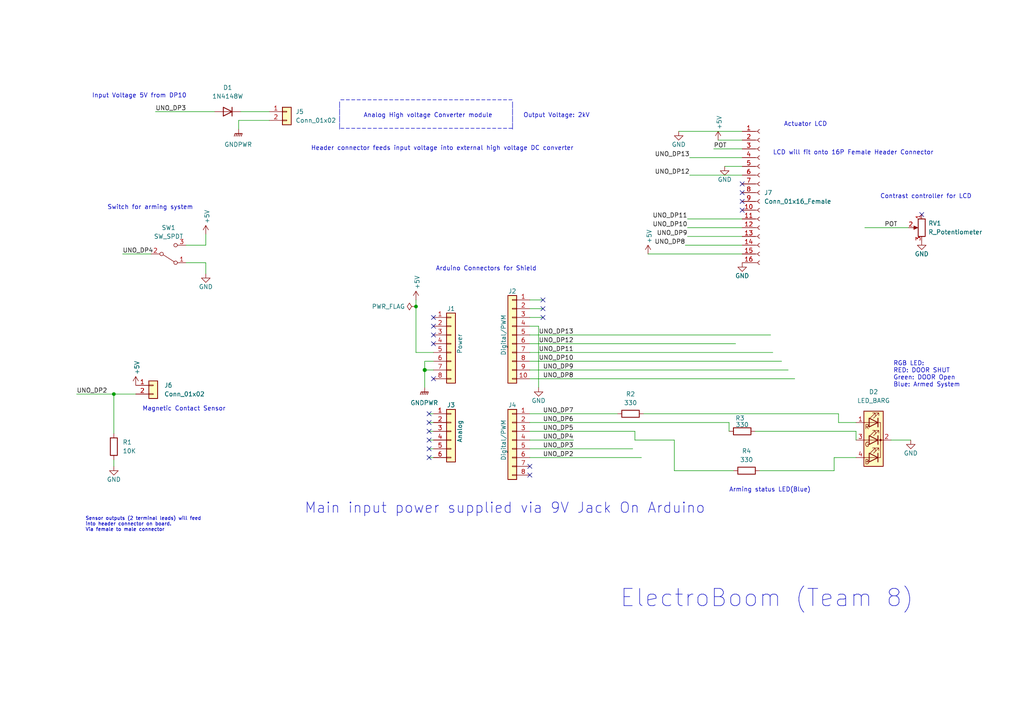
<source format=kicad_sch>
(kicad_sch (version 20211123) (generator eeschema)
  (paper "A4")
  (title_block (title "ECE 411 Practicum Schematic") (date "2022-11-16") (rev "03"))
  (lib_symbols
    (symbol "Connector:Conn_01x16_Female" (pin_names (offset 1.016) hide)
      (property "Reference" "J" (at 0 20.32 0))
      (property "Value" "Conn_01x16_Female" (at 0 -22.86 0))
      (symbol "Conn_01x16_Female_1_1"
        (arc (start 0 -19.812) (mid -0.508 -20.32) (end 0 -20.828) (stroke (width 0.1524)))
        (arc (start 0 -17.272) (mid -0.508 -17.78) (end 0 -18.288) (stroke (width 0.1524)))
        (arc (start 0 -14.732) (mid -0.508 -15.24) (end 0 -15.748) (stroke (width 0.1524)))
        (arc (start 0 -12.192) (mid -0.508 -12.7) (end 0 -13.208) (stroke (width 0.1524)))
        (arc (start 0 -9.652) (mid -0.508 -10.16) (end 0 -10.668) (stroke (width 0.1524)))
        (arc (start 0 -7.112) (mid -0.508 -7.62) (end 0 -8.128) (stroke (width 0.1524)))
        (arc (start 0 -4.572) (mid -0.508 -5.08) (end 0 -5.588) (stroke (width 0.1524)))
        (arc (start 0 -2.032) (mid -0.508 -2.54) (end 0 -3.048) (stroke (width 0.1524)))
        (polyline (pts (xy -1.27 -20.32) (xy -0.508 -20.32)) (stroke (width 0.1524)))
        (polyline (pts (xy -1.27 -17.78) (xy -0.508 -17.78)) (stroke (width 0.1524)))
        (polyline (pts (xy -1.27 -15.24) (xy -0.508 -15.24)) (stroke (width 0.1524)))
        (polyline (pts (xy -1.27 -12.7) (xy -0.508 -12.7)) (stroke (width 0.1524)))
        (polyline (pts (xy -1.27 -10.16) (xy -0.508 -10.16)) (stroke (width 0.1524)))
        (polyline (pts (xy -1.27 -7.62) (xy -0.508 -7.62)) (stroke (width 0.1524)))
        (polyline (pts (xy -1.27 -5.08) (xy -0.508 -5.08)) (stroke (width 0.1524)))
        (polyline (pts (xy -1.27 -2.54) (xy -0.508 -2.54)) (stroke (width 0.1524)))
        (polyline (pts (xy -1.27 0) (xy -0.508 0)) (stroke (width 0.1524)))
        (polyline (pts (xy -1.27 2.54) (xy -0.508 2.54)) (stroke (width 0.1524)))
        (polyline (pts (xy -1.27 5.08) (xy -0.508 5.08)) (stroke (width 0.1524)))
        (polyline (pts (xy -1.27 7.62) (xy -0.508 7.62)) (stroke (width 0.1524)))
        (polyline (pts (xy -1.27 10.16) (xy -0.508 10.16)) (stroke (width 0.1524)))
        (polyline (pts (xy -1.27 12.7) (xy -0.508 12.7)) (stroke (width 0.1524)))
        (polyline (pts (xy -1.27 15.24) (xy -0.508 15.24)) (stroke (width 0.1524)))
        (polyline (pts (xy -1.27 17.78) (xy -0.508 17.78)) (stroke (width 0.1524)))
        (arc (start 0 0.508) (mid -0.508 0) (end 0 -0.508) (stroke (width 0.1524)))
        (arc (start 0 3.048) (mid -0.508 2.54) (end 0 2.032) (stroke (width 0.1524)))
        (arc (start 0 5.588) (mid -0.508 5.08) (end 0 4.572) (stroke (width 0.1524)))
        (arc (start 0 8.128) (mid -0.508 7.62) (end 0 7.112) (stroke (width 0.1524)))
        (arc (start 0 10.668) (mid -0.508 10.16) (end 0 9.652) (stroke (width 0.1524)))
        (arc (start 0 13.208) (mid -0.508 12.7) (end 0 12.192) (stroke (width 0.1524)))
        (arc (start 0 15.748) (mid -0.508 15.24) (end 0 14.732) (stroke (width 0.1524)))
        (arc (start 0 18.288) (mid -0.508 17.78) (end 0 17.272) (stroke (width 0.1524)))
        (pin passive line (at -5.08 17.78 0) (length 3.81) (name "Pin_1") (number "1"))
        (pin passive line (at -5.08 -5.08 0) (length 3.81) (name "Pin_10") (number "10"))
        (pin passive line (at -5.08 -7.62 0) (length 3.81) (name "Pin_11") (number "11"))
        (pin passive line (at -5.08 -10.16 0) (length 3.81) (name "Pin_12") (number "12"))
        (pin passive line (at -5.08 -12.7 0) (length 3.81) (name "Pin_13") (number "13"))
        (pin passive line (at -5.08 -15.24 0) (length 3.81) (name "Pin_14") (number "14"))
        (pin passive line (at -5.08 -17.78 0) (length 3.81) (name "Pin_15") (number "15"))
        (pin passive line (at -5.08 -20.32 0) (length 3.81) (name "Pin_16") (number "16"))
        (pin passive line (at -5.08 15.24 0) (length 3.81) (name "Pin_2") (number "2"))
        (pin passive line (at -5.08 12.7 0) (length 3.81) (name "Pin_3") (number "3"))
        (pin passive line (at -5.08 10.16 0) (length 3.81) (name "Pin_4") (number "4"))
        (pin passive line (at -5.08 7.62 0) (length 3.81) (name "Pin_5") (number "5"))
        (pin passive line (at -5.08 5.08 0) (length 3.81) (name "Pin_6") (number "6"))
        (pin passive line (at -5.08 2.54 0) (length 3.81) (name "Pin_7") (number "7"))
        (pin passive line (at -5.08 0 0) (length 3.81) (name "Pin_8") (number "8"))
        (pin passive line (at -5.08 -2.54 0) (length 3.81) (name "Pin_9") (number "9"))
      )
    )
    (symbol "Connector_Generic:Conn_01x02" (pin_names (offset 1.016) hide)
      (property "Reference" "J" (at 0 2.54 0))
      (property "Value" "Conn_01x02" (at 0 -5.08 0))
      (symbol "Conn_01x02_1_1"
        (rectangle (start -1.27 -2.413) (end 0 -2.667) (stroke (width 0.1524)))
        (rectangle (start -1.27 0.127) (end 0 -0.127) (stroke (width 0.1524)))
        (rectangle (start -1.27 1.27) (end 1.27 -3.81) (stroke (width 0.254)) (fill (type background)))
        (pin passive line (at -5.08 0 0) (length 3.81) (name "Pin_1") (number "1"))
        (pin passive line (at -5.08 -2.54 0) (length 3.81) (name "Pin_2") (number "2"))
      )
    )
    (symbol "Connector_Generic:Conn_01x06" (pin_names (offset 1.016) hide)
      (property "Reference" "J" (at 0 7.62 0))
      (property "Value" "Conn_01x06" (at 0 -10.16 0))
      (symbol "Conn_01x06_1_1"
        (rectangle (start -1.27 -7.493) (end 0 -7.747) (stroke (width 0.1524)))
        (rectangle (start -1.27 -4.953) (end 0 -5.207) (stroke (width 0.1524)))
        (rectangle (start -1.27 -2.413) (end 0 -2.667) (stroke (width 0.1524)))
        (rectangle (start -1.27 0.127) (end 0 -0.127) (stroke (width 0.1524)))
        (rectangle (start -1.27 2.667) (end 0 2.413) (stroke (width 0.1524)))
        (rectangle (start -1.27 5.207) (end 0 4.953) (stroke (width 0.1524)))
        (rectangle (start -1.27 6.35) (end 1.27 -8.89) (stroke (width 0.254)) (fill (type background)))
        (pin passive line (at -5.08 5.08 0) (length 3.81) (name "Pin_1") (number "1"))
        (pin passive line (at -5.08 2.54 0) (length 3.81) (name "Pin_2") (number "2"))
        (pin passive line (at -5.08 0 0) (length 3.81) (name "Pin_3") (number "3"))
        (pin passive line (at -5.08 -2.54 0) (length 3.81) (name "Pin_4") (number "4"))
        (pin passive line (at -5.08 -5.08 0) (length 3.81) (name "Pin_5") (number "5"))
        (pin passive line (at -5.08 -7.62 0) (length 3.81) (name "Pin_6") (number "6"))
      )
    )
    (symbol "Connector_Generic:Conn_01x08" (pin_names (offset 1.016) hide)
      (property "Reference" "J" (at 0 10.16 0))
      (property "Value" "Conn_01x08" (at 0 -12.7 0))
      (symbol "Conn_01x08_1_1"
        (rectangle (start -1.27 -10.033) (end 0 -10.287) (stroke (width 0.1524)))
        (rectangle (start -1.27 -7.493) (end 0 -7.747) (stroke (width 0.1524)))
        (rectangle (start -1.27 -4.953) (end 0 -5.207) (stroke (width 0.1524)))
        (rectangle (start -1.27 -2.413) (end 0 -2.667) (stroke (width 0.1524)))
        (rectangle (start -1.27 0.127) (end 0 -0.127) (stroke (width 0.1524)))
        (rectangle (start -1.27 2.667) (end 0 2.413) (stroke (width 0.1524)))
        (rectangle (start -1.27 5.207) (end 0 4.953) (stroke (width 0.1524)))
        (rectangle (start -1.27 7.747) (end 0 7.493) (stroke (width 0.1524)))
        (rectangle (start -1.27 8.89) (end 1.27 -11.43) (stroke (width 0.254)) (fill (type background)))
        (pin passive line (at -5.08 7.62 0) (length 3.81) (name "Pin_1") (number "1"))
        (pin passive line (at -5.08 5.08 0) (length 3.81) (name "Pin_2") (number "2"))
        (pin passive line (at -5.08 2.54 0) (length 3.81) (name "Pin_3") (number "3"))
        (pin passive line (at -5.08 0 0) (length 3.81) (name "Pin_4") (number "4"))
        (pin passive line (at -5.08 -2.54 0) (length 3.81) (name "Pin_5") (number "5"))
        (pin passive line (at -5.08 -5.08 0) (length 3.81) (name "Pin_6") (number "6"))
        (pin passive line (at -5.08 -7.62 0) (length 3.81) (name "Pin_7") (number "7"))
        (pin passive line (at -5.08 -10.16 0) (length 3.81) (name "Pin_8") (number "8"))
      )
    )
    (symbol "Connector_Generic:Conn_01x10" (pin_names (offset 1.016) hide)
      (property "Reference" "J" (at 0 12.7 0))
      (property "Value" "Conn_01x10" (at 0 -15.24 0))
      (symbol "Conn_01x10_1_1"
        (rectangle (start -1.27 -12.573) (end 0 -12.827) (stroke (width 0.1524)))
        (rectangle (start -1.27 -10.033) (end 0 -10.287) (stroke (width 0.1524)))
        (rectangle (start -1.27 -7.493) (end 0 -7.747) (stroke (width 0.1524)))
        (rectangle (start -1.27 -4.953) (end 0 -5.207) (stroke (width 0.1524)))
        (rectangle (start -1.27 -2.413) (end 0 -2.667) (stroke (width 0.1524)))
        (rectangle (start -1.27 0.127) (end 0 -0.127) (stroke (width 0.1524)))
        (rectangle (start -1.27 2.667) (end 0 2.413) (stroke (width 0.1524)))
        (rectangle (start -1.27 5.207) (end 0 4.953) (stroke (width 0.1524)))
        (rectangle (start -1.27 7.747) (end 0 7.493) (stroke (width 0.1524)))
        (rectangle (start -1.27 10.287) (end 0 10.033) (stroke (width 0.1524)))
        (rectangle (start -1.27 11.43) (end 1.27 -13.97) (stroke (width 0.254)) (fill (type background)))
        (pin passive line (at -5.08 10.16 0) (length 3.81) (name "Pin_1") (number "1"))
        (pin passive line (at -5.08 -12.7 0) (length 3.81) (name "Pin_10") (number "10"))
        (pin passive line (at -5.08 7.62 0) (length 3.81) (name "Pin_2") (number "2"))
        (pin passive line (at -5.08 5.08 0) (length 3.81) (name "Pin_3") (number "3"))
        (pin passive line (at -5.08 2.54 0) (length 3.81) (name "Pin_4") (number "4"))
        (pin passive line (at -5.08 0 0) (length 3.81) (name "Pin_5") (number "5"))
        (pin passive line (at -5.08 -2.54 0) (length 3.81) (name "Pin_6") (number "6"))
        (pin passive line (at -5.08 -5.08 0) (length 3.81) (name "Pin_7") (number "7"))
        (pin passive line (at -5.08 -7.62 0) (length 3.81) (name "Pin_8") (number "8"))
        (pin passive line (at -5.08 -10.16 0) (length 3.81) (name "Pin_9") (number "9"))
      )
    )
    (symbol "Device:LED_BARG" (pin_names (offset 0) hide)
      (property "Reference" "D2" (at 0 13.97 0))
      (property "Value" "LED_BARG" (at 0 11.43 0))
      (symbol "LED_BARG_0_0"
        (text "B" (at -1.905 -6.35 0) (effects (font (size 1.27 1.27))))
        (text "G" (at -1.905 -1.27 0) (effects (font (size 1.27 1.27))))
        (text "R" (at -1.905 3.81 0) (effects (font (size 1.27 1.27))))
      )
      (symbol "LED_BARG_0_1"
        (polyline (pts (xy -1.27 -5.08) (xy -2.54 -5.08)))
        (polyline (pts (xy -1.27 -5.08) (xy 1.27 -5.08)))
        (polyline (pts (xy -1.27 0) (xy -2.54 0)))
        (polyline (pts (xy -1.27 5.08) (xy -2.54 5.08)))
        (polyline (pts (xy -1.27 5.08) (xy 1.27 5.08)))
        (polyline (pts (xy 1.27 -6.35) (xy 1.27 -3.81)) (stroke (width 0.254)))
        (polyline (pts (xy 1.27 -1.27) (xy 1.27 1.27)) (stroke (width 0.254)))
        (polyline (pts (xy 1.27 0) (xy -1.27 0)))
        (polyline (pts (xy 1.27 0) (xy 2.54 0)))
        (polyline (pts (xy 1.27 3.81) (xy 1.27 6.35)) (stroke (width 0.254)))
        (polyline (pts (xy -1.27 1.27) (xy -1.27 -1.27) (xy -1.27 -1.27)))
        (polyline (pts (xy -1.27 6.35) (xy -1.27 3.81) (xy -1.27 3.81)))
        (polyline (pts (xy -1.27 -6.35) (xy -1.27 -3.81) (xy 1.27 -5.08) (xy -1.27 -6.35)) (stroke (width 0.254)))
        (polyline (pts (xy -1.27 -1.27) (xy -1.27 1.27) (xy 1.27 0) (xy -1.27 -1.27)) (stroke (width 0.254)))
        (polyline (pts (xy -1.27 3.81) (xy -1.27 6.35) (xy 1.27 5.08) (xy -1.27 3.81)) (stroke (width 0.254)))
        (polyline (pts (xy 1.27 -5.08) (xy 2.032 -5.08) (xy 2.032 5.08) (xy 1.27 5.08)))
        (polyline (pts (xy -1.016 -3.81) (xy 0.508 -2.286) (xy -0.254 -2.286) (xy 0.508 -2.286) (xy 0.508 -3.048)))
        (polyline (pts (xy -1.016 1.27) (xy 0.508 2.794) (xy -0.254 2.794) (xy 0.508 2.794) (xy 0.508 2.032)))
        (polyline (pts (xy -1.016 6.35) (xy 0.508 7.874) (xy -0.254 7.874) (xy 0.508 7.874) (xy 0.508 7.112)))
        (polyline (pts (xy 0 -3.81) (xy 1.524 -2.286) (xy 0.762 -2.286) (xy 1.524 -2.286) (xy 1.524 -3.048)))
        (polyline (pts (xy 0 1.27) (xy 1.524 2.794) (xy 0.762 2.794) (xy 1.524 2.794) (xy 1.524 2.032)))
        (polyline (pts (xy 0 6.35) (xy 1.524 7.874) (xy 0.762 7.874) (xy 1.524 7.874) (xy 1.524 7.112)))
        (rectangle (start 1.27 -1.27) (end 1.27 1.27))
        (rectangle (start 1.27 1.27) (end 1.27 1.27))
        (rectangle (start 1.27 3.81) (end 1.27 6.35))
        (rectangle (start 1.27 6.35) (end 1.27 6.35))
        (circle (center 2.032 0) (radius 0.254) (fill (type outline)))
        (rectangle (start 2.794 8.382) (end -2.794 -7.62) (stroke (width 0.254)) (fill (type background)))
      )
      (symbol "LED_BARG_1_1"
        (pin passive line (at -5.08 5.08 0) (length 2.54) (name "BK") (number "1"))
        (pin passive line (at 5.08 0 180) (length 2.54) (name "A") (number "2"))
        (pin passive line (at -5.08 0 0) (length 2.54) (name "RK") (number "3"))
        (pin passive line (at -5.08 -5.08 0) (length 2.54) (name "GK") (number "4"))
      )
    )
    (symbol "Device:R" (pin_numbers hide) (pin_names (offset 0))
      (property "Reference" "R" (at 2.032 0 90))
      (property "Value" "R" (at 0 0 90))
      (symbol "R_0_1"
        (rectangle (start -1.016 -2.54) (end 1.016 2.54) (stroke (width 0.254)))
      )
      (symbol "R_1_1"
        (pin passive line (at 0 3.81 270) (length 1.27) (name "~") (number "1"))
        (pin passive line (at 0 -3.81 90) (length 1.27) (name "~") (number "2"))
      )
    )
    (symbol "Device:R_Potentiometer" (pin_names (offset 1.016) hide)
      (property "Reference" "RV" (at -4.445 0 90))
      (property "Value" "R_Potentiometer" (at -2.54 0 90))
      (symbol "R_Potentiometer_0_1"
        (polyline (pts (xy 2.54 0) (xy 1.524 0)))
        (polyline (pts (xy 1.143 0) (xy 2.286 0.508) (xy 2.286 -0.508) (xy 1.143 0)) (fill (type outline)))
        (rectangle (start 1.016 2.54) (end -1.016 -2.54) (stroke (width 0.254)))
      )
      (symbol "R_Potentiometer_1_1"
        (pin passive line (at 0 3.81 270) (length 1.27) (name "1") (number "1"))
        (pin passive line (at 3.81 0 180) (length 1.27) (name "2") (number "2"))
        (pin passive line (at 0 -3.81 90) (length 1.27) (name "3") (number "3"))
      )
    )
    (symbol "Diode:1N4148W" (pin_numbers hide) (pin_names hide)
      (property "Reference" "D" (at 0 2.54 0))
      (property "Value" "1N4148W" (at 0 -2.54 0))
      (symbol "1N4148W_0_1"
        (polyline (pts (xy -1.27 1.27) (xy -1.27 -1.27)) (stroke (width 0.254)))
        (polyline (pts (xy 1.27 0) (xy -1.27 0)))
        (polyline (pts (xy 1.27 1.27) (xy 1.27 -1.27) (xy -1.27 0) (xy 1.27 1.27)) (stroke (width 0.254)))
      )
      (symbol "1N4148W_1_1"
        (pin passive line (at -3.81 0 0) (length 2.54) (name "K") (number "1"))
        (pin passive line (at 3.81 0 180) (length 2.54) (name "A") (number "2"))
      )
    )
    (symbol "Switch:SW_SPDT" (pin_names (offset 0) hide)
      (property "Reference" "SW" (at 0 4.318 0))
      (property "Value" "SW_SPDT" (at 0 -5.08 0))
      (symbol "SW_SPDT_0_0"
        (circle (center -2.032 0) (radius 0.508))
        (circle (center 2.032 -2.54) (radius 0.508))
      )
      (symbol "SW_SPDT_0_1"
        (polyline (pts (xy -1.524 0.254) (xy 1.651 2.286)))
        (circle (center 2.032 2.54) (radius 0.508))
      )
      (symbol "SW_SPDT_1_1"
        (pin passive line (at 5.08 2.54 180) (length 2.54) (name "A") (number "1"))
        (pin passive line (at -5.08 0 0) (length 2.54) (name "B") (number "2"))
        (pin passive line (at 5.08 -2.54 180) (length 2.54) (name "C") (number "3"))
      )
    )
    (symbol "power:+5V" (power) (pin_names (offset 0))
      (property "Value" "+5V" (at 0 3.556 0))
      (symbol "+5V_0_1"
        (polyline (pts (xy -0.762 1.27) (xy 0 2.54)))
        (polyline (pts (xy 0 0) (xy 0 2.54)))
        (polyline (pts (xy 0 2.54) (xy 0.762 1.27)))
      )
      (symbol "+5V_1_1"
        (pin power_in line (at 0 0 90) (length 0) hide (name "+5V") (number "1"))
      )
    )
    (symbol "power:GND" (power) (pin_names (offset 0))
      (property "Value" "GND" (at 0 -3.81 0))
      (symbol "GND_0_1"
        (polyline (pts (xy 0 0) (xy 0 -1.27) (xy 1.27 -1.27) (xy 0 -2.54) (xy -1.27 -1.27) (xy 0 -1.27)))
      )
      (symbol "GND_1_1"
        (pin power_in line (at 0 0 270) (length 0) hide (name "GND") (number "1"))
      )
    )
    (symbol "power:GNDPWR" (power) (pin_names (offset 0))
      (property "Value" "GNDPWR" (at 0 -3.302 0))
      (symbol "GNDPWR_0_1"
        (polyline (pts (xy 0 -1.27) (xy 0 0)))
        (polyline (pts (xy -1.016 -1.27) (xy -1.27 -2.032) (xy -1.27 -2.032)) (stroke (width 0.2032)))
        (polyline (pts (xy -0.508 -1.27) (xy -0.762 -2.032) (xy -0.762 -2.032)) (stroke (width 0.2032)))
        (polyline (pts (xy 0 -1.27) (xy -0.254 -2.032) (xy -0.254 -2.032)) (stroke (width 0.2032)))
        (polyline (pts (xy 0.508 -1.27) (xy 0.254 -2.032) (xy 0.254 -2.032)) (stroke (width 0.2032)))
        (polyline (pts (xy 1.016 -1.27) (xy -1.016 -1.27) (xy -1.016 -1.27)) (stroke (width 0.2032)))
        (polyline (pts (xy 1.016 -1.27) (xy 0.762 -2.032) (xy 0.762 -2.032) (xy 0.762 -2.032)) (stroke (width 0.2032)))
      )
      (symbol "GNDPWR_1_1"
        (pin power_in line (at 0 0 270) (length 0) hide (name "GNDPWR") (number "1"))
      )
    )
    (symbol "power:PWR_FLAG" (power) (pin_numbers hide) (pin_names (offset 0) hide)
      (property "Value" "PWR_FLAG" (at 0 3.81 0))
      (symbol "PWR_FLAG_0_0"
        (pin power_out line (at 0 0 90) (length 0) (name "pwr") (number "1"))
      )
      (symbol "PWR_FLAG_0_1"
        (polyline (pts (xy 0 0) (xy 0 1.27) (xy -1.016 1.905) (xy 0 2.54) (xy 1.016 1.905) (xy 0 1.27)))
      )
    )
  )
  (junction (at 120.65 88.9))
  (junction (at 123.19 107.315) (diameter 1.016))
  (junction (at 33.02 114.3))
  (no_connect (at 215.265 55.88))
  (no_connect (at 267.335 62.23))
  (no_connect (at 125.73 94.615))
  (no_connect (at 125.73 109.855))
  (no_connect (at 124.46 122.555))
  (no_connect (at 157.48 86.995))
  (no_connect (at 157.48 92.075))
  (no_connect (at 153.67 137.795))
  (no_connect (at 124.46 132.715))
  (no_connect (at 125.73 97.155))
  (no_connect (at 124.46 120.015))
  (no_connect (at 153.67 135.255))
  (no_connect (at 124.46 130.175))
  (no_connect (at 125.73 99.695))
  (no_connect (at 215.265 53.34))
  (no_connect (at 125.73 92.075))
  (no_connect (at 215.265 60.96))
  (no_connect (at 124.46 125.095))
  (no_connect (at 157.48 89.535))
  (no_connect (at 124.46 127.635))
  (no_connect (at 215.265 58.42))
  (wire (pts (xy 59.69 71.12) (xy 59.69 67.945)))
  (wire (pts (xy 264.16 127.635) (xy 258.445 127.635)))
  (wire (pts (xy 153.67 104.775) (xy 226.695 104.775)))
  (wire (pts (xy 241.935 132.715) (xy 248.285 132.715)))
  (wire (pts (xy 123.19 104.775) (xy 123.19 107.315)))
  (wire (pts (xy 33.02 114.3) (xy 33.02 125.73)))
  (wire (pts (xy 124.46 132.715) (xy 125.73 132.715)))
  (wire (pts (xy 184.15 125.095) (xy 184.15 127.635)))
  (wire (pts (xy 123.19 107.315) (xy 123.19 112.395)))
  (wire (pts (xy 33.02 133.35) (xy 33.02 135.255)))
  (wire (pts (xy 250.825 66.04) (xy 263.525 66.04)))
  (wire (pts (xy 120.65 102.235) (xy 125.73 102.235)))
  (wire (pts (xy 78.105 34.925) (xy 69.215 34.925)))
  (wire (pts (xy 120.65 86.995) (xy 120.65 88.9)))
  (wire (pts (xy 153.67 97.155) (xy 223.52 97.155)))
  (wire (pts (xy 153.67 120.015) (xy 179.07 120.015)))
  (wire (pts (xy 219.075 125.095) (xy 248.285 125.095)))
  (wire (pts (xy 125.73 120.015) (xy 124.46 120.015)))
  (wire (pts (xy 153.67 99.695) (xy 213.36 99.695)))
  (wire (pts (xy 208.28 40.64) (xy 215.265 40.64)))
  (wire (pts (xy 220.345 136.525) (xy 241.935 136.525)))
  (wire (pts (xy 195.58 136.525) (xy 212.725 136.525)))
  (wire (pts (xy 153.67 122.555) (xy 211.455 122.555)))
  (wire (pts (xy 200.025 50.8) (xy 215.265 50.8)))
  (wire (pts (xy 199.39 66.04) (xy 215.265 66.04)))
  (wire (pts (xy 153.67 127.635) (xy 166.37 127.635)))
  (wire (pts (xy 69.215 34.925) (xy 69.215 37.465)))
  (wire (pts (xy 207.01 43.18) (xy 215.265 43.18)))
  (wire (pts (xy 187.96 73.66) (xy 215.265 73.66)))
  (wire (pts (xy 156.21 94.615) (xy 156.21 112.395)))
  (wire (pts (xy 153.67 89.535) (xy 157.48 89.535)))
  (wire (pts (xy 199.39 68.58) (xy 215.265 68.58)))
  (wire (pts (xy 59.69 76.2) (xy 59.69 79.375)))
  (wire (pts (xy 153.67 92.075) (xy 157.48 92.075)))
  (wire (pts (xy 53.975 76.2) (xy 59.69 76.2)))
  (wire (pts (xy 248.285 125.095) (xy 248.285 127.635)))
  (wire (pts (xy 125.73 125.095) (xy 124.46 125.095)))
  (wire (pts (xy 211.455 122.555) (xy 211.455 125.095)))
  (wire (pts (xy 153.67 86.995) (xy 157.48 86.995)))
  (wire (pts (xy 125.73 107.315) (xy 123.19 107.315)))
  (wire (pts (xy 153.67 109.855) (xy 230.505 109.855)))
  (wire (pts (xy 124.46 122.555) (xy 125.73 122.555)))
  (wire (pts (xy 243.205 122.555) (xy 248.285 122.555)))
  (wire (pts (xy 195.58 127.635) (xy 195.58 136.525)))
  (wire (pts (xy 184.15 127.635) (xy 195.58 127.635)))
  (wire (pts (xy 35.56 73.66) (xy 43.815 73.66)))
  (wire (pts (xy 153.67 94.615) (xy 156.21 94.615)))
  (wire (pts (xy 153.67 125.095) (xy 184.15 125.095)))
  (wire (pts (xy 125.73 104.775) (xy 123.19 104.775)))
  (wire (pts (xy 120.65 88.9) (xy 120.65 102.235)))
  (wire (pts (xy 241.935 136.525) (xy 241.935 132.715)))
  (wire (pts (xy 153.67 102.235) (xy 224.155 102.235)))
  (wire (pts (xy 210.185 48.26) (xy 215.265 48.26)))
  (wire (pts (xy 53.975 71.12) (xy 59.69 71.12)))
  (wire (pts (xy 33.02 114.3) (xy 39.37 114.3)))
  (wire (pts (xy 45.085 32.385) (xy 62.23 32.385)))
  (wire (pts (xy 199.39 63.5) (xy 215.265 63.5)))
  (wire (pts (xy 186.69 120.015) (xy 243.205 120.015)))
  (wire (pts (xy 198.755 71.12) (xy 215.265 71.12)))
  (wire (pts (xy 124.46 127.635) (xy 125.73 127.635)))
  (wire (pts (xy 243.205 120.015) (xy 243.205 122.555)))
  (wire (pts (xy 200.025 45.72) (xy 215.265 45.72)))
  (wire (pts (xy 196.85 38.1) (xy 215.265 38.1)))
  (wire (pts (xy 69.85 32.385) (xy 78.105 32.385)))
  (wire (pts (xy 153.67 132.715) (xy 186.055 132.715)))
  (wire (pts (xy 153.67 130.175) (xy 183.515 130.175)))
  (wire (pts (xy 22.225 114.3) (xy 33.02 114.3)))
  (wire (pts (xy 153.67 107.315) (xy 228.6 107.315)))
  (wire (pts (xy 125.73 130.175) (xy 124.46 130.175)))
  (text "Main input power supplied via 9V Jack On Arduino" (at 88.265 149.225 0) (effects (font (size 3 3)) (justify left bottom)))
  (text "RGB LED:\nRED: DOOR SHUT\nGreen: DOOR Open\nBlue: Armed System" (at 259.08 112.395 0) (effects (font (size 1.27 1.27)) (justify left bottom)))
  (text "Input Voltage 5V from DP10" (at 26.67 28.575 0) (effects (font (size 1.27 1.27)) (justify left bottom)))
  (text "Arduino Connectors for Shield\n" (at 126.365 78.74 0) (effects (font (size 1.27 1.27)) (justify left bottom)))
  (text "LCD will fit onto 16P Female Header Connector" (at 224.155 45.085 0) (effects (font (size 1.27 1.27)) (justify left bottom)))
  (text "|\n|\n|\n|\n" (at 97.79 37.465 0) (effects (font (size 1.27 1.27)) (justify left bottom)))
  (text "Arming status LED(Blue)" (at 211.455 142.875 0) (effects (font (size 1.27 1.27)) (justify left bottom)))
  (text "Output Voltage: 2kV" (at 151.765 34.29 0) (effects (font (size 1.27 1.27)) (justify left bottom)))
  (text "|\n|\n|\n|\n" (at 147.955 37.465 0) (effects (font (size 1.27 1.27)) (justify left bottom)))
  (text "Header connector feeds input voltage into external high voltage DC converter" (at 90.17 43.815 0) (effects (font (size 1.27 1.27)) (justify left bottom)))
  (text "Actuator LCD" (at 227.33 36.83 0) (effects (font (size 1.27 1.27)) (justify left bottom)))
  (text "Analog High voltage Converter module\n" (at 105.41 34.29 0) (effects (font (size 1.27 1.27)) (justify left bottom)))
  (text "Switch for arming system" (at 31.115 60.96 0) (effects (font (size 1.27 1.27)) (justify left bottom)))
  (text "--------------------------------" (at 98.425 29.845 0) (effects (font (size 1.27 1.27)) (justify left bottom)))
  (text "Contrast controller for LCD " (at 255.27 57.785 0) (effects (font (size 1.27 1.27)) (justify left bottom)))
  (text "Sensor outputs (2 terminal leads) will feed \ninto header connector on board.\nVia female to male connector" (at 24.765 154.305 0) (effects (font (size 1 1)) (justify left bottom)))
  (text "Magnetic Contact Sensor" (at 41.275 119.38 0) (effects (font (size 1.27 1.27)) (justify left bottom)))
  (text "ElectroBoom (Team 8)" (at 179.705 176.53 0) (effects (font (size 5 5)) (justify left bottom)))
  (text "\n" (at 219.71 194.31 0) (effects (font (size 1.27 1.27)) (justify left bottom)))
  (text "--------------------------------" (at 98.425 38.1 0) (effects (font (size 1.27 1.27)) (justify left bottom)))
  (label "UNO_DP8" (at 198.755 71.12 180))
  (label "UNO_DP4" (at 35.56 73.66 0))
  (label "UNO_DP3" (at 45.085 32.385 0))
  (label "UNO_DP4" (at 166.37 127.635 180))
  (label "POT" (at 207.01 43.18 0))
  (label "UNO_DP9" (at 199.39 68.58 180))
  (label "UNO_DP2" (at 166.37 132.715 180))
  (label "POT" (at 256.54 66.04 0))
  (label "UNO_DP11" (at 199.39 63.5 180))
  (label "UNO_DP13" (at 166.37 97.155 180))
  (label "UNO_DP12" (at 166.37 99.695 180))
  (label "UNO_DP10" (at 199.39 66.04 180))
  (label "UNO_DP10" (at 166.37 104.775 180))
  (label "UNO_DP13" (at 200.025 45.72 180))
  (label "UNO_DP12" (at 200.025 50.8 180))
  (label "UNO_DP7" (at 166.37 120.015 180))
  (label "UNO_DP8" (at 166.37 109.855 180))
  (label "UNO_DP11" (at 166.37 102.235 180))
  (label "UNO_DP3" (at 166.37 130.175 180))
  (label "UNO_DP6" (at 166.37 122.555 180))
  (label "UNO_DP9" (at 166.37 107.315 180))
  (label "UNO_DP5" (at 166.37 125.095 180))
  (label "UNO_DP2" (at 22.225 114.3 0))
  (symbol (lib_id "Connector_Generic:Conn_01x08") (at 130.81 99.695 0) (unit 1)
    (property "Reference" "J1" (at 130.81 89.535 0))
    (property "Value" "Power" (at 133.35 99.695 90))
    (property "Footprint" "Connector_PinSocket_2.54mm:PinSocket_1x08_P2.54mm_Vertical" (effects hide))
  )
  (symbol (lib_id "power:+5V") (at 120.65 86.995 0) (unit 1)
    (property "Reference" "#PWR02" (effects hide))
    (property "Value" "+5V" (at 121.0056 83.947 90) (effects (justify left)))
  )
  (symbol (lib_id "Connector_Generic:Conn_01x10") (at 148.59 97.155 0) (mirror y) (unit 1)
    (property "Reference" "J2" (at 148.59 84.455 0))
    (property "Value" "Digital/PWM" (at 146.05 97.155 90))
    (property "Footprint" "Connector_PinSocket_2.54mm:PinSocket_1x10_P2.54mm_Vertical" (effects hide))
  )
  (symbol (lib_id "power:GND") (at 156.21 112.395 0) (unit 1)
    (property "Reference" "#PWR05" (effects hide))
    (property "Value" "GND" (at 156.21 116.205 0))
  )
  (symbol (lib_id "Connector_Generic:Conn_01x06") (at 130.81 125.095 0) (unit 1) (in_bom no)
    (property "Reference" "J3" (at 130.81 117.475 0))
    (property "Value" "Analog" (at 133.35 125.095 90))
    (property "Footprint" "Connector_PinSocket_2.54mm:PinSocket_1x06_P2.54mm_Vertical" (effects hide))
  )
  (symbol (lib_id "Connector_Generic:Conn_01x08") (at 148.59 127.635 0) (mirror y) (unit 1)
    (property "Reference" "J4" (at 148.59 117.475 0))
    (property "Value" "Digital/PWM" (at 146.05 127.635 90))
    (property "Footprint" "Connector_PinSocket_2.54mm:PinSocket_1x08_P2.54mm_Vertical" (effects hide))
  )
  (symbol (lib_id "power:GND") (at 210.185 48.26 0) (unit 1)
    (property "Reference" "#PWR0120" (effects hide))
    (property "Value" "GND" (at 210.185 52.07 0))
  )
  (symbol (lib_id "Device:R") (at 215.265 125.095 90) (unit 1)
    (property "Reference" "R3" (at 214.63 121.285 90))
    (property "Value" "330" (at 215.265 123.19 90))
    (property "Footprint" "Resistor_SMD:R_0805_2012Metric" (effects hide))
  )
  (symbol (lib_id "power:PWR_FLAG") (at 120.65 88.9 90) (unit 1) (on_board no)
    (property "Reference" "#FLG0101" (effects hide))
    (property "Value" "PWR_FLAG" (at 117.475 88.8999 90) (effects (justify left)))
  )
  (symbol (lib_id "power:+5V") (at 39.37 111.76 0) (unit 1)
    (property "Reference" "#PWR0108" (effects hide))
    (property "Value" "+5V" (at 39.7256 108.712 90) (effects (justify left)))
  )
  (symbol (lib_id "Device:R_Potentiometer") (at 267.335 66.04 0) (mirror y) (unit 1)
    (property "Reference" "RV1" (at 269.24 64.7699 0) (effects (justify right)))
    (property "Value" "R_Potentiometer" (at 269.24 67.3099 0) (effects (justify right)))
    (property "Footprint" "trimmer:TRIM_3362P-1-505LF" (effects hide))
  )
  (symbol (lib_id "Diode:1N4148W") (at 66.04 32.385 180) (unit 1)
    (property "Reference" "D1" (at 66.04 25.4 0))
    (property "Value" "1N4148W" (at 66.04 27.94 0))
    (property "Footprint" "Diode_SMD:D_SOD-123" (effects hide))
    (property "Datasheet" "https://www.vishay.com/docs/85748/1n4148w.pdf" (effects hide))
  )
  (symbol (lib_id "power:GND") (at 33.02 135.255 0) (unit 1)
    (property "Reference" "#PWR0102" (effects hide))
    (property "Value" "GND" (at 33.02 139.065 0))
  )
  (symbol (lib_id "power:GND") (at 267.335 69.85 0) (unit 1)
    (property "Reference" "#PWR0103" (effects hide))
    (property "Value" "GND" (at 267.335 73.66 0))
  )
  (symbol (lib_id "Connector:Conn_01x16_Female") (at 220.345 55.88 0) (unit 1)
    (property "Reference" "J7" (at 221.615 55.8799 0) (effects (justify left)))
    (property "Value" "Conn_01x16_Female" (at 221.615 58.4199 0) (effects (justify left)))
    (property "Footprint" "Connector_PinHeader_2.54mm:PinHeader_1x16_P2.54mm_Vertical" (effects hide))
  )
  (symbol (lib_id "power:GND") (at 264.16 127.635 0) (unit 1)
    (property "Reference" "#PWR0110" (effects hide))
    (property "Value" "GND" (at 264.16 131.445 0))
  )
  (symbol (lib_id "power:+5V") (at 187.96 73.66 0) (unit 1)
    (property "Reference" "#PWR0116" (effects hide))
    (property "Value" "+5V" (at 188.3156 70.612 90) (effects (justify left)))
  )
  (symbol (lib_id "power:GND") (at 215.265 76.2 0) (unit 1)
    (property "Reference" "#PWR0118" (effects hide))
    (property "Value" "GND" (at 215.265 80.01 0))
  )
  (symbol (lib_id "Connector_Generic:Conn_01x02") (at 83.185 32.385 0) (unit 1)
    (property "Reference" "J5" (at 85.725 32.3849 0) (effects (justify left)))
    (property "Value" "Conn_01x02" (at 85.725 34.9249 0) (effects (justify left)))
    (property "Footprint" "Connector_PinHeader_2.54mm:PinHeader_1x02_P2.54mm_Vertical" (effects hide))
  )
  (symbol (lib_id "power:GND") (at 196.85 38.1 0) (unit 1)
    (property "Reference" "#PWR0117" (effects hide))
    (property "Value" "GND" (at 196.85 41.91 0))
  )
  (symbol (lib_id "power:GNDPWR") (at 69.215 37.465 0) (unit 1)
    (property "Reference" "#PWR0115" (effects hide))
    (property "Value" "GNDPWR" (at 69.088 41.91 0))
  )
  (symbol (lib_id "Device:R") (at 216.535 136.525 90) (unit 1)
    (property "Reference" "R4" (at 216.535 130.81 90))
    (property "Value" "330" (at 216.535 133.35 90))
    (property "Footprint" "Resistor_SMD:R_0805_2012Metric" (effects hide))
  )
  (symbol (lib_id "power:GNDPWR") (at 123.19 112.395 0) (unit 1)
    (property "Reference" "#PWR0113" (effects hide))
    (property "Value" "GNDPWR" (at 123.063 116.84 0))
  )
  (symbol (lib_id "power:+5V") (at 208.28 40.64 0) (unit 1)
    (property "Reference" "#PWR0119" (effects hide))
    (property "Value" "+5V" (at 208.6356 37.592 90) (effects (justify left)))
  )
  (symbol (lib_id "power:+5V") (at 59.69 67.945 0) (unit 1)
    (property "Reference" "#PWR0112" (effects hide))
    (property "Value" "+5V" (at 60.0456 64.897 90) (effects (justify left)))
  )
  (symbol (lib_id "Connector_Generic:Conn_01x02") (at 44.45 111.76 0) (unit 1)
    (property "Reference" "J6" (at 47.625 111.7599 0) (effects (justify left)))
    (property "Value" "Conn_01x02" (at 47.625 114.2999 0) (effects (justify left)))
    (property "Footprint" "Connector_PinHeader_2.54mm:PinHeader_1x02_P2.54mm_Vertical" (effects hide))
  )
  (symbol (lib_id "power:GND") (at 59.69 79.375 0) (unit 1)
    (property "Reference" "#PWR0109" (effects hide))
    (property "Value" "GND" (at 59.69 83.185 0))
  )
  (symbol (lib_id "Switch:SW_SPDT") (at 48.895 73.66 0) (mirror x) (unit 1)
    (property "Reference" "SW1" (at 48.895 66.04 0))
    (property "Value" "SW_SPDT" (at 48.895 68.58 0))
    (property "Footprint" "slideswitch:EG1218" (effects hide))
  )
  (symbol (lib_id "Device:R") (at 33.02 129.54 0) (unit 1)
    (property "Reference" "R1" (at 35.56 128.2699 0) (effects (justify left)))
    (property "Value" "10K" (at 35.56 130.8099 0) (effects (justify left)))
    (property "Footprint" "Resistor_SMD:R_0805_2012Metric" (effects hide))
  )
  (symbol (lib_id "Device:LED_BARG") (at 253.365 127.635 0) (unit 1)
    (property "Reference" "D2" (at 253.365 113.665 0))
    (property "Value" "LED_BARG" (at 253.365 116.205 0))
    (property "Footprint" "LED_THT:LED_D5.0mm-4_RGB_Wide_Pins" (effects hide))
  )
  (symbol (lib_id "Device:R") (at 182.88 120.015 90) (unit 1)
    (property "Reference" "R2" (at 182.88 114.3 90))
    (property "Value" "330" (at 182.88 116.84 90))
    (property "Footprint" "Resistor_SMD:R_0805_2012Metric" (effects hide))
  )
)
</source>
